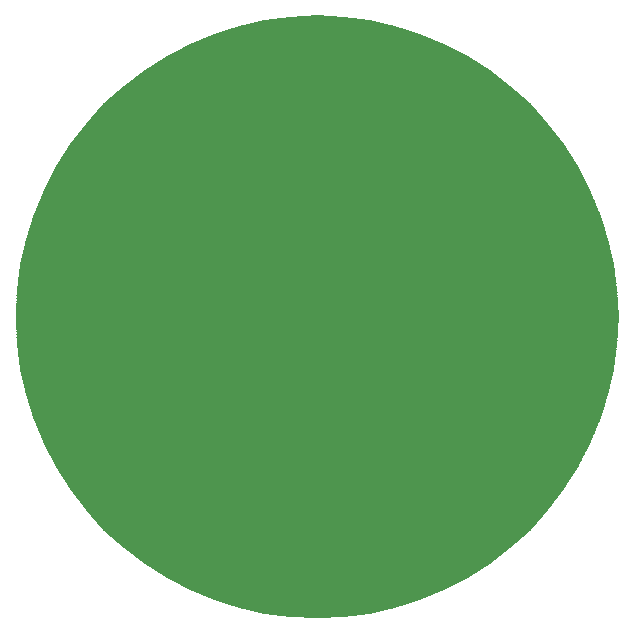
<source format=gto>
G75*
%MOIN*%
%OFA0B0*%
%FSLAX25Y25*%
%IPPOS*%
%LPD*%
%AMOC8*
5,1,8,0,0,1.08239X$1,22.5*
%
%ADD10C,0.01000*%
D10*
X0115539Y0115539D02*
X0109646Y0121971D01*
X0104335Y0128892D01*
X0099647Y0136250D01*
X0095619Y0143988D01*
X0092281Y0152048D01*
X0089657Y0160368D01*
X0087769Y0168885D01*
X0086631Y0177534D01*
X0086250Y0186250D01*
X0286250Y0186250D01*
X0285869Y0177534D01*
X0284731Y0168885D01*
X0282843Y0160368D01*
X0280219Y0152048D01*
X0276881Y0143988D01*
X0272853Y0136250D01*
X0268165Y0128892D01*
X0262854Y0121971D01*
X0256961Y0115539D01*
X0250529Y0109646D01*
X0243608Y0104335D01*
X0236250Y0099647D01*
X0228512Y0095619D01*
X0220452Y0092281D01*
X0212132Y0089657D01*
X0203615Y0087769D01*
X0194966Y0086631D01*
X0186250Y0086250D01*
X0177534Y0086631D01*
X0168885Y0087769D01*
X0160368Y0089657D01*
X0152048Y0092281D01*
X0143988Y0095619D01*
X0136250Y0099647D01*
X0128892Y0104335D01*
X0121971Y0109646D01*
X0115539Y0115539D01*
X0115740Y0115356D02*
X0256760Y0115356D01*
X0257707Y0116354D02*
X0114793Y0116354D01*
X0113878Y0117353D02*
X0258622Y0117353D01*
X0259537Y0118351D02*
X0112963Y0118351D01*
X0112048Y0119350D02*
X0260452Y0119350D01*
X0261367Y0120348D02*
X0111133Y0120348D01*
X0110218Y0121347D02*
X0262282Y0121347D01*
X0263141Y0122345D02*
X0109359Y0122345D01*
X0108592Y0123344D02*
X0263908Y0123344D01*
X0264674Y0124342D02*
X0107826Y0124342D01*
X0107060Y0125341D02*
X0265440Y0125341D01*
X0266206Y0126339D02*
X0106294Y0126339D01*
X0105528Y0127338D02*
X0266972Y0127338D01*
X0267739Y0128336D02*
X0104761Y0128336D01*
X0104053Y0129335D02*
X0268447Y0129335D01*
X0269083Y0130333D02*
X0103417Y0130333D01*
X0102781Y0131332D02*
X0269719Y0131332D01*
X0270355Y0132330D02*
X0102145Y0132330D01*
X0101508Y0133329D02*
X0270992Y0133329D01*
X0271628Y0134327D02*
X0100872Y0134327D01*
X0100236Y0135326D02*
X0272264Y0135326D01*
X0272891Y0136324D02*
X0099609Y0136324D01*
X0099089Y0137323D02*
X0273411Y0137323D01*
X0273931Y0138321D02*
X0098569Y0138321D01*
X0098049Y0139320D02*
X0274451Y0139320D01*
X0274970Y0140318D02*
X0097530Y0140318D01*
X0097010Y0141317D02*
X0275490Y0141317D01*
X0276010Y0142316D02*
X0096490Y0142316D01*
X0095970Y0143314D02*
X0276530Y0143314D01*
X0277015Y0144313D02*
X0095485Y0144313D01*
X0095071Y0145311D02*
X0277429Y0145311D01*
X0277842Y0146310D02*
X0094658Y0146310D01*
X0094244Y0147308D02*
X0278256Y0147308D01*
X0278670Y0148307D02*
X0093830Y0148307D01*
X0093417Y0149305D02*
X0279083Y0149305D01*
X0279497Y0150304D02*
X0093003Y0150304D01*
X0092590Y0151302D02*
X0279910Y0151302D01*
X0280299Y0152301D02*
X0092201Y0152301D01*
X0091886Y0153299D02*
X0280614Y0153299D01*
X0280929Y0154298D02*
X0091571Y0154298D01*
X0091257Y0155296D02*
X0281243Y0155296D01*
X0281558Y0156295D02*
X0090942Y0156295D01*
X0090627Y0157293D02*
X0281873Y0157293D01*
X0282188Y0158292D02*
X0090312Y0158292D01*
X0089997Y0159290D02*
X0282503Y0159290D01*
X0282818Y0160289D02*
X0089682Y0160289D01*
X0089454Y0161287D02*
X0283046Y0161287D01*
X0283268Y0162286D02*
X0089232Y0162286D01*
X0089011Y0163284D02*
X0283489Y0163284D01*
X0283710Y0164283D02*
X0088790Y0164283D01*
X0088568Y0165281D02*
X0283932Y0165281D01*
X0284153Y0166280D02*
X0088347Y0166280D01*
X0088125Y0167278D02*
X0284375Y0167278D01*
X0284596Y0168277D02*
X0087904Y0168277D01*
X0087718Y0169275D02*
X0284782Y0169275D01*
X0284914Y0170274D02*
X0087586Y0170274D01*
X0087455Y0171272D02*
X0285045Y0171272D01*
X0285177Y0172271D02*
X0087323Y0172271D01*
X0087192Y0173269D02*
X0285308Y0173269D01*
X0285439Y0174268D02*
X0087061Y0174268D01*
X0086929Y0175266D02*
X0285571Y0175266D01*
X0285702Y0176265D02*
X0086798Y0176265D01*
X0086666Y0177263D02*
X0285834Y0177263D01*
X0285901Y0178262D02*
X0086599Y0178262D01*
X0086555Y0179260D02*
X0285945Y0179260D01*
X0285988Y0180259D02*
X0086512Y0180259D01*
X0086468Y0181257D02*
X0286032Y0181257D01*
X0286076Y0182256D02*
X0086424Y0182256D01*
X0086381Y0183254D02*
X0286119Y0183254D01*
X0286163Y0184253D02*
X0086337Y0184253D01*
X0086294Y0185251D02*
X0286206Y0185251D01*
X0286250Y0186250D02*
X0285869Y0194966D01*
X0284731Y0203615D01*
X0282843Y0212132D01*
X0280219Y0220452D01*
X0276881Y0228512D01*
X0272853Y0236250D01*
X0268165Y0243608D01*
X0262854Y0250529D01*
X0256961Y0256961D01*
X0250529Y0262854D01*
X0243608Y0268165D01*
X0236250Y0272853D01*
X0228512Y0276881D01*
X0220452Y0280219D01*
X0212132Y0282843D01*
X0203615Y0284731D01*
X0194966Y0285869D01*
X0186250Y0286250D01*
X0177534Y0285869D01*
X0168885Y0284731D01*
X0160368Y0282843D01*
X0152048Y0280219D01*
X0143988Y0276881D01*
X0136250Y0272853D01*
X0128892Y0268165D01*
X0121971Y0262854D01*
X0115539Y0256961D01*
X0109646Y0250529D01*
X0104335Y0243608D01*
X0099647Y0236250D01*
X0095619Y0228512D01*
X0092281Y0220452D01*
X0089657Y0212132D01*
X0087769Y0203615D01*
X0086631Y0194966D01*
X0086250Y0186250D01*
X0086294Y0187249D02*
X0286206Y0187249D01*
X0286163Y0188247D02*
X0086337Y0188247D01*
X0086381Y0189246D02*
X0286119Y0189246D01*
X0286076Y0190244D02*
X0086424Y0190244D01*
X0086468Y0191243D02*
X0286032Y0191243D01*
X0285988Y0192241D02*
X0086512Y0192241D01*
X0086555Y0193240D02*
X0285945Y0193240D01*
X0285901Y0194238D02*
X0086599Y0194238D01*
X0086666Y0195237D02*
X0285834Y0195237D01*
X0285702Y0196235D02*
X0086798Y0196235D01*
X0086929Y0197234D02*
X0285571Y0197234D01*
X0285439Y0198232D02*
X0087061Y0198232D01*
X0087192Y0199231D02*
X0285308Y0199231D01*
X0285177Y0200229D02*
X0087323Y0200229D01*
X0087455Y0201228D02*
X0285045Y0201228D01*
X0284914Y0202226D02*
X0087586Y0202226D01*
X0087718Y0203225D02*
X0284782Y0203225D01*
X0284596Y0204223D02*
X0087904Y0204223D01*
X0088125Y0205222D02*
X0284375Y0205222D01*
X0284153Y0206220D02*
X0088347Y0206220D01*
X0088568Y0207219D02*
X0283932Y0207219D01*
X0283710Y0208217D02*
X0088790Y0208217D01*
X0089011Y0209216D02*
X0283489Y0209216D01*
X0283268Y0210214D02*
X0089232Y0210214D01*
X0089454Y0211213D02*
X0283046Y0211213D01*
X0282818Y0212211D02*
X0089682Y0212211D01*
X0089997Y0213210D02*
X0282503Y0213210D01*
X0282188Y0214208D02*
X0090312Y0214208D01*
X0090627Y0215207D02*
X0281873Y0215207D01*
X0281558Y0216205D02*
X0090942Y0216205D01*
X0091257Y0217204D02*
X0281243Y0217204D01*
X0280929Y0218202D02*
X0091571Y0218202D01*
X0091886Y0219201D02*
X0280614Y0219201D01*
X0280299Y0220199D02*
X0092201Y0220199D01*
X0092590Y0221198D02*
X0279910Y0221198D01*
X0279497Y0222196D02*
X0093003Y0222196D01*
X0093417Y0223195D02*
X0279083Y0223195D01*
X0278670Y0224193D02*
X0093830Y0224193D01*
X0094244Y0225192D02*
X0278256Y0225192D01*
X0277842Y0226190D02*
X0094658Y0226190D01*
X0095071Y0227189D02*
X0277429Y0227189D01*
X0277015Y0228187D02*
X0095485Y0228187D01*
X0095970Y0229186D02*
X0276530Y0229186D01*
X0276010Y0230184D02*
X0096490Y0230184D01*
X0097010Y0231183D02*
X0275490Y0231183D01*
X0274970Y0232182D02*
X0097530Y0232182D01*
X0098049Y0233180D02*
X0274451Y0233180D01*
X0273931Y0234179D02*
X0098569Y0234179D01*
X0099089Y0235177D02*
X0273411Y0235177D01*
X0272891Y0236176D02*
X0099609Y0236176D01*
X0100236Y0237174D02*
X0272264Y0237174D01*
X0271628Y0238173D02*
X0100872Y0238173D01*
X0101508Y0239171D02*
X0270992Y0239171D01*
X0270355Y0240170D02*
X0102145Y0240170D01*
X0102781Y0241168D02*
X0269719Y0241168D01*
X0269083Y0242167D02*
X0103417Y0242167D01*
X0104053Y0243165D02*
X0268447Y0243165D01*
X0267739Y0244164D02*
X0104761Y0244164D01*
X0105528Y0245162D02*
X0266972Y0245162D01*
X0266206Y0246161D02*
X0106294Y0246161D01*
X0107060Y0247159D02*
X0265440Y0247159D01*
X0264674Y0248158D02*
X0107826Y0248158D01*
X0108592Y0249156D02*
X0263908Y0249156D01*
X0263141Y0250155D02*
X0109359Y0250155D01*
X0110218Y0251153D02*
X0262282Y0251153D01*
X0261367Y0252152D02*
X0111133Y0252152D01*
X0112048Y0253150D02*
X0260452Y0253150D01*
X0259537Y0254149D02*
X0112963Y0254149D01*
X0113878Y0255147D02*
X0258622Y0255147D01*
X0257707Y0256146D02*
X0114793Y0256146D01*
X0115740Y0257144D02*
X0256760Y0257144D01*
X0255671Y0258143D02*
X0116829Y0258143D01*
X0117919Y0259141D02*
X0254581Y0259141D01*
X0253491Y0260140D02*
X0119009Y0260140D01*
X0120098Y0261138D02*
X0252402Y0261138D01*
X0251312Y0262137D02*
X0121188Y0262137D01*
X0122337Y0263135D02*
X0250163Y0263135D01*
X0248861Y0264134D02*
X0123639Y0264134D01*
X0124940Y0265132D02*
X0247560Y0265132D01*
X0246259Y0266131D02*
X0126241Y0266131D01*
X0127542Y0267129D02*
X0244958Y0267129D01*
X0243656Y0268128D02*
X0128844Y0268128D01*
X0130401Y0269126D02*
X0242099Y0269126D01*
X0240531Y0270125D02*
X0131969Y0270125D01*
X0133536Y0271123D02*
X0238964Y0271123D01*
X0237397Y0272122D02*
X0135103Y0272122D01*
X0136765Y0273120D02*
X0235735Y0273120D01*
X0233817Y0274119D02*
X0138683Y0274119D01*
X0140601Y0275118D02*
X0231899Y0275118D01*
X0229981Y0276116D02*
X0142519Y0276116D01*
X0144552Y0277115D02*
X0227948Y0277115D01*
X0225537Y0278113D02*
X0146963Y0278113D01*
X0149374Y0279112D02*
X0223126Y0279112D01*
X0220716Y0280110D02*
X0151784Y0280110D01*
X0154869Y0281109D02*
X0217631Y0281109D01*
X0214465Y0282107D02*
X0158035Y0282107D01*
X0161554Y0283106D02*
X0210945Y0283106D01*
X0206441Y0284104D02*
X0166058Y0284104D01*
X0171710Y0285103D02*
X0200790Y0285103D01*
X0189660Y0286101D02*
X0182840Y0286101D01*
X0116829Y0114357D02*
X0255671Y0114357D01*
X0254581Y0113359D02*
X0117919Y0113359D01*
X0119009Y0112360D02*
X0253491Y0112360D01*
X0252402Y0111362D02*
X0120098Y0111362D01*
X0121188Y0110363D02*
X0251312Y0110363D01*
X0250163Y0109365D02*
X0122337Y0109365D01*
X0123639Y0108366D02*
X0248861Y0108366D01*
X0247560Y0107368D02*
X0124940Y0107368D01*
X0126241Y0106369D02*
X0246259Y0106369D01*
X0244958Y0105371D02*
X0127542Y0105371D01*
X0128844Y0104372D02*
X0243656Y0104372D01*
X0242099Y0103374D02*
X0130401Y0103374D01*
X0131969Y0102375D02*
X0240531Y0102375D01*
X0238964Y0101377D02*
X0133536Y0101377D01*
X0135103Y0100378D02*
X0237397Y0100378D01*
X0235735Y0099380D02*
X0136765Y0099380D01*
X0138683Y0098381D02*
X0233817Y0098381D01*
X0231899Y0097382D02*
X0140601Y0097382D01*
X0142519Y0096384D02*
X0229981Y0096384D01*
X0227948Y0095385D02*
X0144552Y0095385D01*
X0146963Y0094387D02*
X0225537Y0094387D01*
X0223126Y0093388D02*
X0149374Y0093388D01*
X0151784Y0092390D02*
X0220716Y0092390D01*
X0217631Y0091391D02*
X0154869Y0091391D01*
X0158035Y0090393D02*
X0214465Y0090393D01*
X0210946Y0089394D02*
X0161555Y0089394D01*
X0166059Y0088396D02*
X0206442Y0088396D01*
X0200790Y0087397D02*
X0171710Y0087397D01*
X0182840Y0086399D02*
X0189660Y0086399D01*
M02*

</source>
